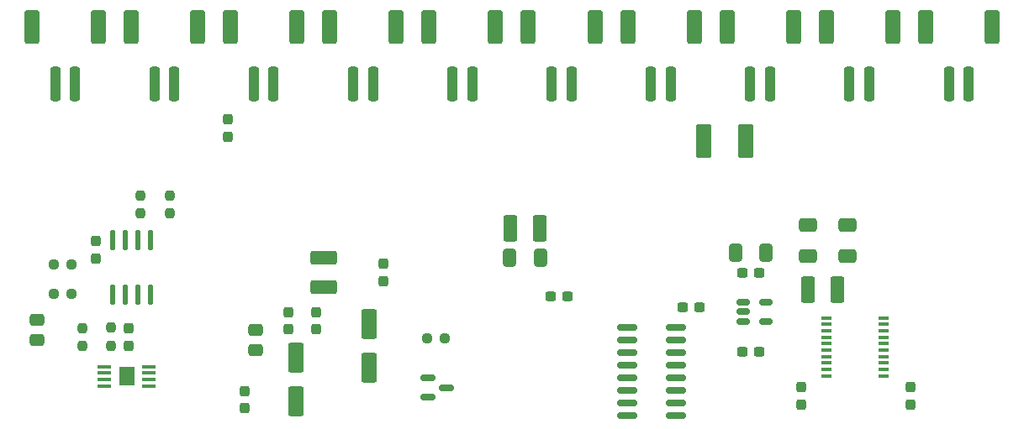
<source format=gbr>
%TF.GenerationSoftware,KiCad,Pcbnew,7.0.6*%
%TF.CreationDate,2023-09-07T21:54:39-06:00*%
%TF.ProjectId,low_power_heater,6c6f775f-706f-4776-9572-5f6865617465,rev?*%
%TF.SameCoordinates,Original*%
%TF.FileFunction,Paste,Top*%
%TF.FilePolarity,Positive*%
%FSLAX46Y46*%
G04 Gerber Fmt 4.6, Leading zero omitted, Abs format (unit mm)*
G04 Created by KiCad (PCBNEW 7.0.6) date 2023-09-07 21:54:39*
%MOMM*%
%LPD*%
G01*
G04 APERTURE LIST*
G04 Aperture macros list*
%AMRoundRect*
0 Rectangle with rounded corners*
0 $1 Rounding radius*
0 $2 $3 $4 $5 $6 $7 $8 $9 X,Y pos of 4 corners*
0 Add a 4 corners polygon primitive as box body*
4,1,4,$2,$3,$4,$5,$6,$7,$8,$9,$2,$3,0*
0 Add four circle primitives for the rounded corners*
1,1,$1+$1,$2,$3*
1,1,$1+$1,$4,$5*
1,1,$1+$1,$6,$7*
1,1,$1+$1,$8,$9*
0 Add four rect primitives between the rounded corners*
20,1,$1+$1,$2,$3,$4,$5,0*
20,1,$1+$1,$4,$5,$6,$7,0*
20,1,$1+$1,$6,$7,$8,$9,0*
20,1,$1+$1,$8,$9,$2,$3,0*%
G04 Aperture macros list end*
%ADD10RoundRect,0.237500X-0.300000X-0.237500X0.300000X-0.237500X0.300000X0.237500X-0.300000X0.237500X0*%
%ADD11R,1.327899X0.431000*%
%ADD12R,1.570000X1.890000*%
%ADD13RoundRect,0.237500X-0.237500X0.300000X-0.237500X-0.300000X0.237500X-0.300000X0.237500X0.300000X0*%
%ADD14RoundRect,0.237500X0.300000X0.237500X-0.300000X0.237500X-0.300000X-0.237500X0.300000X-0.237500X0*%
%ADD15RoundRect,0.237500X0.250000X0.237500X-0.250000X0.237500X-0.250000X-0.237500X0.250000X-0.237500X0*%
%ADD16RoundRect,0.150000X-0.512500X-0.150000X0.512500X-0.150000X0.512500X0.150000X-0.512500X0.150000X0*%
%ADD17RoundRect,0.250000X0.250000X1.500000X-0.250000X1.500000X-0.250000X-1.500000X0.250000X-1.500000X0*%
%ADD18RoundRect,0.250001X0.499999X1.449999X-0.499999X1.449999X-0.499999X-1.449999X0.499999X-1.449999X0*%
%ADD19RoundRect,0.237500X0.237500X-0.250000X0.237500X0.250000X-0.237500X0.250000X-0.237500X-0.250000X0*%
%ADD20RoundRect,0.250000X0.537500X1.450000X-0.537500X1.450000X-0.537500X-1.450000X0.537500X-1.450000X0*%
%ADD21RoundRect,0.237500X-0.237500X0.250000X-0.237500X-0.250000X0.237500X-0.250000X0.237500X0.250000X0*%
%ADD22RoundRect,0.237500X0.237500X-0.300000X0.237500X0.300000X-0.237500X0.300000X-0.237500X-0.300000X0*%
%ADD23RoundRect,0.250000X-0.412500X-0.650000X0.412500X-0.650000X0.412500X0.650000X-0.412500X0.650000X0*%
%ADD24RoundRect,0.150000X-0.825000X-0.150000X0.825000X-0.150000X0.825000X0.150000X-0.825000X0.150000X0*%
%ADD25RoundRect,0.250001X-1.074999X0.462499X-1.074999X-0.462499X1.074999X-0.462499X1.074999X0.462499X0*%
%ADD26RoundRect,0.250000X-0.550000X1.250000X-0.550000X-1.250000X0.550000X-1.250000X0.550000X1.250000X0*%
%ADD27RoundRect,0.250000X-0.475000X0.337500X-0.475000X-0.337500X0.475000X-0.337500X0.475000X0.337500X0*%
%ADD28RoundRect,0.150000X-0.587500X-0.150000X0.587500X-0.150000X0.587500X0.150000X-0.587500X0.150000X0*%
%ADD29RoundRect,0.250000X0.650000X-0.412500X0.650000X0.412500X-0.650000X0.412500X-0.650000X-0.412500X0*%
%ADD30RoundRect,0.250001X-0.462499X-1.074999X0.462499X-1.074999X0.462499X1.074999X-0.462499X1.074999X0*%
%ADD31RoundRect,0.250000X0.412500X0.650000X-0.412500X0.650000X-0.412500X-0.650000X0.412500X-0.650000X0*%
%ADD32O,0.588000X2.045000*%
%ADD33RoundRect,0.237500X-0.237500X0.287500X-0.237500X-0.287500X0.237500X-0.287500X0.237500X0.287500X0*%
%ADD34R,1.000000X0.400000*%
G04 APERTURE END LIST*
D10*
%TO.C,C7*%
X157137500Y-88000000D03*
X158862500Y-88000000D03*
%TD*%
D11*
%TO.C,U6*%
X92926652Y-89475001D03*
X92926652Y-90124999D03*
X92926652Y-90775001D03*
X92926652Y-91424999D03*
X97353348Y-91424999D03*
X97353348Y-90775001D03*
X97353348Y-90124999D03*
X97353348Y-89475001D03*
D12*
X95140000Y-90450000D03*
%TD*%
D13*
%TO.C,C22*%
X107030000Y-91947500D03*
X107030000Y-93672500D03*
%TD*%
D10*
%TO.C,C6*%
X157137500Y-80000000D03*
X158862500Y-80000000D03*
%TD*%
D14*
%TO.C,C1*%
X139557500Y-82365000D03*
X137832500Y-82365000D03*
%TD*%
D15*
%TO.C,R5*%
X127200000Y-86600000D03*
X125375000Y-86600000D03*
%TD*%
D16*
%TO.C,U3*%
X157230000Y-83000000D03*
X157230000Y-83950000D03*
X157230000Y-84900000D03*
X159505000Y-84900000D03*
X159505000Y-83000000D03*
%TD*%
D13*
%TO.C,C9*%
X92075000Y-76850000D03*
X92075000Y-78575000D03*
%TD*%
D17*
%TO.C,J5*%
X139950000Y-60950000D03*
X137950000Y-60950000D03*
D18*
X142300000Y-55200000D03*
X135600000Y-55200000D03*
%TD*%
D17*
%TO.C,J6*%
X129950000Y-60950000D03*
X127950000Y-60950000D03*
D18*
X132300000Y-55200000D03*
X125600000Y-55200000D03*
%TD*%
D19*
%TO.C,R6*%
X90680000Y-87412500D03*
X90680000Y-85587500D03*
%TD*%
D17*
%TO.C,J7*%
X119950000Y-60950000D03*
X117950000Y-60950000D03*
D18*
X122300000Y-55200000D03*
X115600000Y-55200000D03*
%TD*%
D20*
%TO.C,C13*%
X157500000Y-66750000D03*
X153225000Y-66750000D03*
%TD*%
D21*
%TO.C,R7*%
X93580000Y-85547500D03*
X93580000Y-87372500D03*
%TD*%
D15*
%TO.C,R1*%
X89625000Y-79145699D03*
X87800000Y-79145699D03*
%TD*%
D22*
%TO.C,C10*%
X121000000Y-80862500D03*
X121000000Y-79137500D03*
%TD*%
D23*
%TO.C,C5*%
X156437500Y-78000000D03*
X159562500Y-78000000D03*
%TD*%
D24*
%TO.C,U2*%
X145525000Y-85555000D03*
X145525000Y-86825000D03*
X145525000Y-88095000D03*
X145525000Y-89365000D03*
X145525000Y-90635000D03*
X145525000Y-91905000D03*
X145525000Y-93175000D03*
X145525000Y-94445000D03*
X150475000Y-94445000D03*
X150475000Y-93175000D03*
X150475000Y-91905000D03*
X150475000Y-90635000D03*
X150475000Y-89365000D03*
X150475000Y-88095000D03*
X150475000Y-86825000D03*
X150475000Y-85555000D03*
%TD*%
D25*
%TO.C,L4*%
X115000000Y-78512500D03*
X115000000Y-81487500D03*
%TD*%
D15*
%TO.C,R2*%
X89625000Y-82145699D03*
X87800000Y-82145699D03*
%TD*%
D19*
%TO.C,R3*%
X96525000Y-74037500D03*
X96525000Y-72212500D03*
%TD*%
D26*
%TO.C,C16*%
X119600000Y-85200000D03*
X119600000Y-89600000D03*
%TD*%
D17*
%TO.C,J8*%
X109950000Y-60950000D03*
X107950000Y-60950000D03*
D18*
X112300000Y-55200000D03*
X105600000Y-55200000D03*
%TD*%
D27*
%TO.C,C19*%
X86140000Y-84762500D03*
X86140000Y-86837500D03*
%TD*%
D13*
%TO.C,C15*%
X114200000Y-84000000D03*
X114200000Y-85725000D03*
%TD*%
D17*
%TO.C,J10*%
X89950000Y-60950000D03*
X87950000Y-60950000D03*
D18*
X92300000Y-55200000D03*
X85600000Y-55200000D03*
%TD*%
D13*
%TO.C,C3*%
X163060000Y-91565000D03*
X163060000Y-93290000D03*
%TD*%
D17*
%TO.C,J4*%
X149950000Y-60950000D03*
X147950000Y-60950000D03*
D18*
X152300000Y-55200000D03*
X145600000Y-55200000D03*
%TD*%
D17*
%TO.C,J1*%
X179950000Y-60950000D03*
X177950000Y-60950000D03*
D18*
X182300000Y-55200000D03*
X175600000Y-55200000D03*
%TD*%
D26*
%TO.C,C17*%
X112200000Y-88600000D03*
X112200000Y-93000000D03*
%TD*%
D17*
%TO.C,J3*%
X159950000Y-60950000D03*
X157950000Y-60950000D03*
D18*
X162300000Y-55200000D03*
X155600000Y-55200000D03*
%TD*%
D13*
%TO.C,C21*%
X95370000Y-85647500D03*
X95370000Y-87372500D03*
%TD*%
%TO.C,C14*%
X111400000Y-84000000D03*
X111400000Y-85725000D03*
%TD*%
D28*
%TO.C,Q1*%
X125462500Y-90650000D03*
X125462500Y-92550000D03*
X127337500Y-91600000D03*
%TD*%
D17*
%TO.C,J2*%
X169950000Y-60950000D03*
X167950000Y-60950000D03*
D18*
X172300000Y-55200000D03*
X165600000Y-55200000D03*
%TD*%
D29*
%TO.C,C12*%
X167750000Y-78312500D03*
X167750000Y-75187500D03*
%TD*%
D10*
%TO.C,C2*%
X151137500Y-83500000D03*
X152862500Y-83500000D03*
%TD*%
D30*
%TO.C,L1*%
X133762500Y-75500000D03*
X136737500Y-75500000D03*
%TD*%
D31*
%TO.C,C8*%
X136812500Y-78500000D03*
X133687500Y-78500000D03*
%TD*%
D17*
%TO.C,J9*%
X99950000Y-60950000D03*
X97950000Y-60950000D03*
D18*
X102300000Y-55200000D03*
X95600000Y-55200000D03*
%TD*%
D32*
%TO.C,U4*%
X93715000Y-82230000D03*
X94985000Y-82230000D03*
X96255000Y-82230000D03*
X97525000Y-82230000D03*
X97525000Y-76686000D03*
X96255000Y-76686000D03*
X94985000Y-76686000D03*
X93715000Y-76686000D03*
%TD*%
D13*
%TO.C,C4*%
X174060000Y-91565000D03*
X174060000Y-93290000D03*
%TD*%
D33*
%TO.C,L3*%
X105300000Y-64550000D03*
X105300000Y-66300000D03*
%TD*%
D19*
%TO.C,R4*%
X99475000Y-74025000D03*
X99475000Y-72200000D03*
%TD*%
D30*
%TO.C,L2*%
X163762500Y-81750000D03*
X166737500Y-81750000D03*
%TD*%
D34*
%TO.C,U1*%
X165600000Y-84575000D03*
X165600000Y-85225000D03*
X165600000Y-85875000D03*
X165600000Y-86525000D03*
X165600000Y-87175000D03*
X165600000Y-87825000D03*
X165600000Y-88475000D03*
X165600000Y-89125000D03*
X165600000Y-89775000D03*
X165600000Y-90425000D03*
X171400000Y-90425000D03*
X171400000Y-89775000D03*
X171400000Y-89125000D03*
X171400000Y-88475000D03*
X171400000Y-87825000D03*
X171400000Y-87175000D03*
X171400000Y-86525000D03*
X171400000Y-85875000D03*
X171400000Y-85225000D03*
X171400000Y-84575000D03*
%TD*%
D29*
%TO.C,C11*%
X163750000Y-78312500D03*
X163750000Y-75187500D03*
%TD*%
D27*
%TO.C,C18*%
X108110000Y-85772500D03*
X108110000Y-87847500D03*
%TD*%
M02*

</source>
